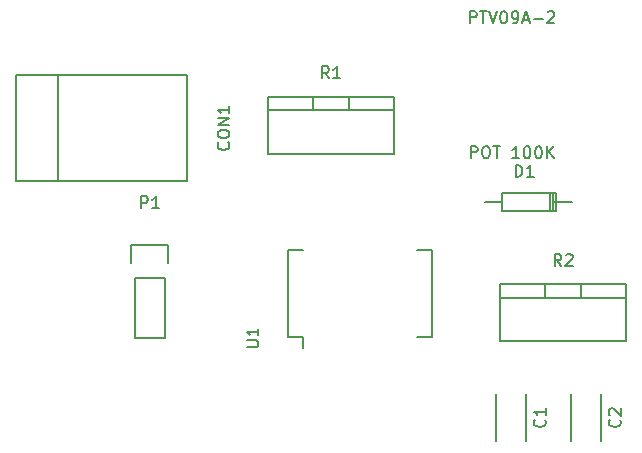
<source format=gto>
G04 #@! TF.FileFunction,Legend,Top*
%FSLAX46Y46*%
G04 Gerber Fmt 4.6, Leading zero omitted, Abs format (unit mm)*
G04 Created by KiCad (PCBNEW 4.0.1-2.fc23-product) date Fri 29 Jan 2016 03:23:31 PM EST*
%MOMM*%
G01*
G04 APERTURE LIST*
%ADD10C,0.100000*%
%ADD11C,0.150000*%
G04 APERTURE END LIST*
D10*
D11*
X152556100Y-112488600D02*
X153826100Y-112488600D01*
X152556100Y-105138600D02*
X153826100Y-105138600D01*
X164766100Y-105138600D02*
X163496100Y-105138600D01*
X164766100Y-112488600D02*
X163496100Y-112488600D01*
X152556100Y-112488600D02*
X152556100Y-105138600D01*
X164766100Y-112488600D02*
X164766100Y-105138600D01*
X153826100Y-112488600D02*
X153826100Y-113423600D01*
X172700000Y-117360000D02*
X172700000Y-121360000D01*
X170200000Y-117360000D02*
X170200000Y-121360000D01*
X179050000Y-117360000D02*
X179050000Y-121360000D01*
X176550000Y-117360000D02*
X176550000Y-121360000D01*
X133070600Y-90342720D02*
X133070600Y-99344480D01*
X129570480Y-90342720D02*
X129570480Y-99344480D01*
X129570480Y-99344480D02*
X144071340Y-99344480D01*
X144071340Y-99344480D02*
X144071340Y-90342720D01*
X144071340Y-90342720D02*
X129570480Y-90342720D01*
X170662080Y-101056440D02*
X169265080Y-101056440D01*
X175107080Y-101056440D02*
X176631080Y-101056440D01*
X174726080Y-101818440D02*
X174726080Y-100294440D01*
X174980080Y-101818440D02*
X174980080Y-100294440D01*
X175234080Y-101056440D02*
X175234080Y-100294440D01*
X175234080Y-100294440D02*
X170662080Y-100294440D01*
X170662080Y-100294440D02*
X170662080Y-101818440D01*
X170662080Y-101818440D02*
X175234080Y-101818440D01*
X175234080Y-101818440D02*
X175234080Y-101056440D01*
X139611100Y-107543600D02*
X139611100Y-112623600D01*
X139611100Y-112623600D02*
X142151100Y-112623600D01*
X142151100Y-112623600D02*
X142151100Y-107543600D01*
X142431100Y-104723600D02*
X142431100Y-106273600D01*
X142151100Y-107543600D02*
X139611100Y-107543600D01*
X139331100Y-106273600D02*
X139331100Y-104723600D01*
X139331100Y-104723600D02*
X142431100Y-104723600D01*
X154686000Y-92202000D02*
X154686000Y-93345000D01*
X157734000Y-92202000D02*
X157734000Y-93345000D01*
X161544000Y-93345000D02*
X161544000Y-97028000D01*
X161544000Y-97028000D02*
X150876000Y-97028000D01*
X150876000Y-97028000D02*
X150876000Y-93345000D01*
X161544000Y-92202000D02*
X161544000Y-93345000D01*
X161544000Y-93345000D02*
X150876000Y-93345000D01*
X150876000Y-93345000D02*
X150876000Y-92202000D01*
X156210000Y-92202000D02*
X150876000Y-92202000D01*
X156210000Y-92202000D02*
X161544000Y-92202000D01*
X174371000Y-108077000D02*
X174371000Y-109220000D01*
X177419000Y-108077000D02*
X177419000Y-109220000D01*
X181229000Y-109220000D02*
X181229000Y-112903000D01*
X181229000Y-112903000D02*
X170561000Y-112903000D01*
X170561000Y-112903000D02*
X170561000Y-109220000D01*
X181229000Y-108077000D02*
X181229000Y-109220000D01*
X181229000Y-109220000D02*
X170561000Y-109220000D01*
X170561000Y-109220000D02*
X170561000Y-108077000D01*
X175895000Y-108077000D02*
X170561000Y-108077000D01*
X175895000Y-108077000D02*
X181229000Y-108077000D01*
X149083481Y-113385505D02*
X149893005Y-113385505D01*
X149988243Y-113337886D01*
X150035862Y-113290267D01*
X150083481Y-113195029D01*
X150083481Y-113004552D01*
X150035862Y-112909314D01*
X149988243Y-112861695D01*
X149893005Y-112814076D01*
X149083481Y-112814076D01*
X150083481Y-111814076D02*
X150083481Y-112385505D01*
X150083481Y-112099791D02*
X149083481Y-112099791D01*
X149226338Y-112195029D01*
X149321576Y-112290267D01*
X149369195Y-112385505D01*
X174307143Y-119526666D02*
X174354762Y-119574285D01*
X174402381Y-119717142D01*
X174402381Y-119812380D01*
X174354762Y-119955238D01*
X174259524Y-120050476D01*
X174164286Y-120098095D01*
X173973810Y-120145714D01*
X173830952Y-120145714D01*
X173640476Y-120098095D01*
X173545238Y-120050476D01*
X173450000Y-119955238D01*
X173402381Y-119812380D01*
X173402381Y-119717142D01*
X173450000Y-119574285D01*
X173497619Y-119526666D01*
X174402381Y-118574285D02*
X174402381Y-119145714D01*
X174402381Y-118860000D02*
X173402381Y-118860000D01*
X173545238Y-118955238D01*
X173640476Y-119050476D01*
X173688095Y-119145714D01*
X180657143Y-119526666D02*
X180704762Y-119574285D01*
X180752381Y-119717142D01*
X180752381Y-119812380D01*
X180704762Y-119955238D01*
X180609524Y-120050476D01*
X180514286Y-120098095D01*
X180323810Y-120145714D01*
X180180952Y-120145714D01*
X179990476Y-120098095D01*
X179895238Y-120050476D01*
X179800000Y-119955238D01*
X179752381Y-119812380D01*
X179752381Y-119717142D01*
X179800000Y-119574285D01*
X179847619Y-119526666D01*
X179847619Y-119145714D02*
X179800000Y-119098095D01*
X179752381Y-119002857D01*
X179752381Y-118764761D01*
X179800000Y-118669523D01*
X179847619Y-118621904D01*
X179942857Y-118574285D01*
X180038095Y-118574285D01*
X180180952Y-118621904D01*
X180752381Y-119193333D01*
X180752381Y-118574285D01*
X147527283Y-96057885D02*
X147574902Y-96105504D01*
X147622521Y-96248361D01*
X147622521Y-96343599D01*
X147574902Y-96486457D01*
X147479664Y-96581695D01*
X147384426Y-96629314D01*
X147193950Y-96676933D01*
X147051092Y-96676933D01*
X146860616Y-96629314D01*
X146765378Y-96581695D01*
X146670140Y-96486457D01*
X146622521Y-96343599D01*
X146622521Y-96248361D01*
X146670140Y-96105504D01*
X146717759Y-96057885D01*
X146622521Y-95438838D02*
X146622521Y-95248361D01*
X146670140Y-95153123D01*
X146765378Y-95057885D01*
X146955854Y-95010266D01*
X147289188Y-95010266D01*
X147479664Y-95057885D01*
X147574902Y-95153123D01*
X147622521Y-95248361D01*
X147622521Y-95438838D01*
X147574902Y-95534076D01*
X147479664Y-95629314D01*
X147289188Y-95676933D01*
X146955854Y-95676933D01*
X146765378Y-95629314D01*
X146670140Y-95534076D01*
X146622521Y-95438838D01*
X147622521Y-94581695D02*
X146622521Y-94581695D01*
X147622521Y-94010266D01*
X146622521Y-94010266D01*
X147622521Y-93010266D02*
X147622521Y-93581695D01*
X147622521Y-93295981D02*
X146622521Y-93295981D01*
X146765378Y-93391219D01*
X146860616Y-93486457D01*
X146908235Y-93581695D01*
X171859985Y-98968821D02*
X171859985Y-97968821D01*
X172098080Y-97968821D01*
X172240938Y-98016440D01*
X172336176Y-98111678D01*
X172383795Y-98206916D01*
X172431414Y-98397392D01*
X172431414Y-98540250D01*
X172383795Y-98730726D01*
X172336176Y-98825964D01*
X172240938Y-98921202D01*
X172098080Y-98968821D01*
X171859985Y-98968821D01*
X173383795Y-98968821D02*
X172812366Y-98968821D01*
X173098080Y-98968821D02*
X173098080Y-97968821D01*
X173002842Y-98111678D01*
X172907604Y-98206916D01*
X172812366Y-98254535D01*
X140143005Y-101625981D02*
X140143005Y-100625981D01*
X140523958Y-100625981D01*
X140619196Y-100673600D01*
X140666815Y-100721219D01*
X140714434Y-100816457D01*
X140714434Y-100959314D01*
X140666815Y-101054552D01*
X140619196Y-101102171D01*
X140523958Y-101149790D01*
X140143005Y-101149790D01*
X141666815Y-101625981D02*
X141095386Y-101625981D01*
X141381100Y-101625981D02*
X141381100Y-100625981D01*
X141285862Y-100768838D01*
X141190624Y-100864076D01*
X141095386Y-100911695D01*
X167991281Y-85948781D02*
X167991281Y-84948781D01*
X168372234Y-84948781D01*
X168467472Y-84996400D01*
X168515091Y-85044019D01*
X168562710Y-85139257D01*
X168562710Y-85282114D01*
X168515091Y-85377352D01*
X168467472Y-85424971D01*
X168372234Y-85472590D01*
X167991281Y-85472590D01*
X168848424Y-84948781D02*
X169419853Y-84948781D01*
X169134138Y-85948781D02*
X169134138Y-84948781D01*
X169610329Y-84948781D02*
X169943662Y-85948781D01*
X170276996Y-84948781D01*
X170800805Y-84948781D02*
X170896044Y-84948781D01*
X170991282Y-84996400D01*
X171038901Y-85044019D01*
X171086520Y-85139257D01*
X171134139Y-85329733D01*
X171134139Y-85567829D01*
X171086520Y-85758305D01*
X171038901Y-85853543D01*
X170991282Y-85901162D01*
X170896044Y-85948781D01*
X170800805Y-85948781D01*
X170705567Y-85901162D01*
X170657948Y-85853543D01*
X170610329Y-85758305D01*
X170562710Y-85567829D01*
X170562710Y-85329733D01*
X170610329Y-85139257D01*
X170657948Y-85044019D01*
X170705567Y-84996400D01*
X170800805Y-84948781D01*
X171610329Y-85948781D02*
X171800805Y-85948781D01*
X171896044Y-85901162D01*
X171943663Y-85853543D01*
X172038901Y-85710686D01*
X172086520Y-85520210D01*
X172086520Y-85139257D01*
X172038901Y-85044019D01*
X171991282Y-84996400D01*
X171896044Y-84948781D01*
X171705567Y-84948781D01*
X171610329Y-84996400D01*
X171562710Y-85044019D01*
X171515091Y-85139257D01*
X171515091Y-85377352D01*
X171562710Y-85472590D01*
X171610329Y-85520210D01*
X171705567Y-85567829D01*
X171896044Y-85567829D01*
X171991282Y-85520210D01*
X172038901Y-85472590D01*
X172086520Y-85377352D01*
X172467472Y-85663067D02*
X172943663Y-85663067D01*
X172372234Y-85948781D02*
X172705567Y-84948781D01*
X173038901Y-85948781D01*
X173372234Y-85567829D02*
X174134139Y-85567829D01*
X174562710Y-85044019D02*
X174610329Y-84996400D01*
X174705567Y-84948781D01*
X174943663Y-84948781D01*
X175038901Y-84996400D01*
X175086520Y-85044019D01*
X175134139Y-85139257D01*
X175134139Y-85234495D01*
X175086520Y-85377352D01*
X174515091Y-85948781D01*
X175134139Y-85948781D01*
X168062709Y-97378781D02*
X168062709Y-96378781D01*
X168443662Y-96378781D01*
X168538900Y-96426400D01*
X168586519Y-96474019D01*
X168634138Y-96569257D01*
X168634138Y-96712114D01*
X168586519Y-96807352D01*
X168538900Y-96854971D01*
X168443662Y-96902590D01*
X168062709Y-96902590D01*
X169253185Y-96378781D02*
X169443662Y-96378781D01*
X169538900Y-96426400D01*
X169634138Y-96521638D01*
X169681757Y-96712114D01*
X169681757Y-97045448D01*
X169634138Y-97235924D01*
X169538900Y-97331162D01*
X169443662Y-97378781D01*
X169253185Y-97378781D01*
X169157947Y-97331162D01*
X169062709Y-97235924D01*
X169015090Y-97045448D01*
X169015090Y-96712114D01*
X169062709Y-96521638D01*
X169157947Y-96426400D01*
X169253185Y-96378781D01*
X169967471Y-96378781D02*
X170538900Y-96378781D01*
X170253185Y-97378781D02*
X170253185Y-96378781D01*
X172157948Y-97378781D02*
X171586519Y-97378781D01*
X171872233Y-97378781D02*
X171872233Y-96378781D01*
X171776995Y-96521638D01*
X171681757Y-96616876D01*
X171586519Y-96664495D01*
X172776995Y-96378781D02*
X172872234Y-96378781D01*
X172967472Y-96426400D01*
X173015091Y-96474019D01*
X173062710Y-96569257D01*
X173110329Y-96759733D01*
X173110329Y-96997829D01*
X173062710Y-97188305D01*
X173015091Y-97283543D01*
X172967472Y-97331162D01*
X172872234Y-97378781D01*
X172776995Y-97378781D01*
X172681757Y-97331162D01*
X172634138Y-97283543D01*
X172586519Y-97188305D01*
X172538900Y-96997829D01*
X172538900Y-96759733D01*
X172586519Y-96569257D01*
X172634138Y-96474019D01*
X172681757Y-96426400D01*
X172776995Y-96378781D01*
X173729376Y-96378781D02*
X173824615Y-96378781D01*
X173919853Y-96426400D01*
X173967472Y-96474019D01*
X174015091Y-96569257D01*
X174062710Y-96759733D01*
X174062710Y-96997829D01*
X174015091Y-97188305D01*
X173967472Y-97283543D01*
X173919853Y-97331162D01*
X173824615Y-97378781D01*
X173729376Y-97378781D01*
X173634138Y-97331162D01*
X173586519Y-97283543D01*
X173538900Y-97188305D01*
X173491281Y-96997829D01*
X173491281Y-96759733D01*
X173538900Y-96569257D01*
X173586519Y-96474019D01*
X173634138Y-96426400D01*
X173729376Y-96378781D01*
X174491281Y-97378781D02*
X174491281Y-96378781D01*
X175062710Y-97378781D02*
X174634138Y-96807352D01*
X175062710Y-96378781D02*
X174491281Y-96950210D01*
X156043334Y-90622381D02*
X155710000Y-90146190D01*
X155471905Y-90622381D02*
X155471905Y-89622381D01*
X155852858Y-89622381D01*
X155948096Y-89670000D01*
X155995715Y-89717619D01*
X156043334Y-89812857D01*
X156043334Y-89955714D01*
X155995715Y-90050952D01*
X155948096Y-90098571D01*
X155852858Y-90146190D01*
X155471905Y-90146190D01*
X156995715Y-90622381D02*
X156424286Y-90622381D01*
X156710000Y-90622381D02*
X156710000Y-89622381D01*
X156614762Y-89765238D01*
X156519524Y-89860476D01*
X156424286Y-89908095D01*
X175728334Y-106497381D02*
X175395000Y-106021190D01*
X175156905Y-106497381D02*
X175156905Y-105497381D01*
X175537858Y-105497381D01*
X175633096Y-105545000D01*
X175680715Y-105592619D01*
X175728334Y-105687857D01*
X175728334Y-105830714D01*
X175680715Y-105925952D01*
X175633096Y-105973571D01*
X175537858Y-106021190D01*
X175156905Y-106021190D01*
X176109286Y-105592619D02*
X176156905Y-105545000D01*
X176252143Y-105497381D01*
X176490239Y-105497381D01*
X176585477Y-105545000D01*
X176633096Y-105592619D01*
X176680715Y-105687857D01*
X176680715Y-105783095D01*
X176633096Y-105925952D01*
X176061667Y-106497381D01*
X176680715Y-106497381D01*
M02*

</source>
